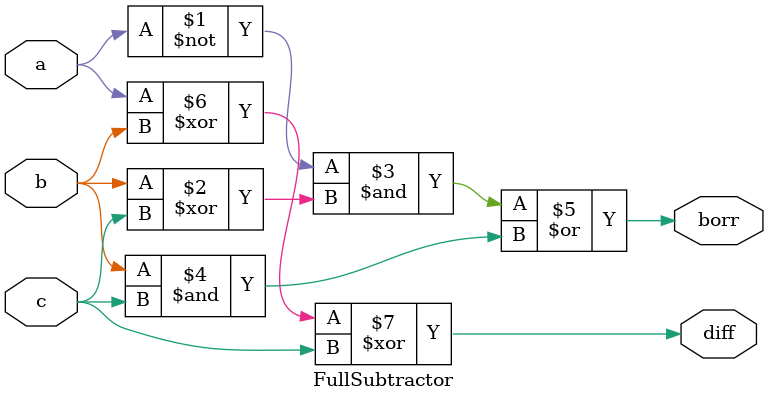
<source format=v>
module FullSubtractor(a,b,c,diff,borr);
input a,b,c;
output diff,borr;
assign borr = (~a&(b^c)|(b&c));
assign diff = (a^b^c);
endmodule
</source>
